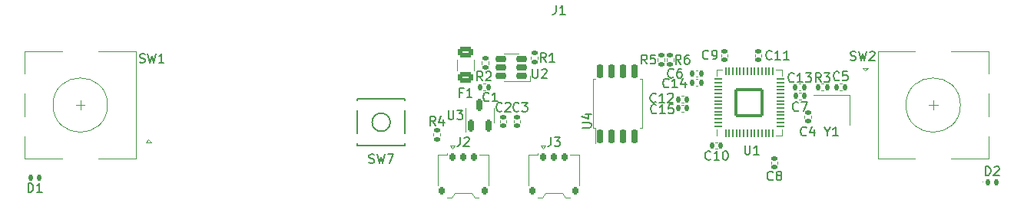
<source format=gto>
G04 #@! TF.GenerationSoftware,KiCad,Pcbnew,7.0.9*
G04 #@! TF.CreationDate,2023-12-24T20:12:45-08:00*
G04 #@! TF.ProjectId,4k-mania-keypad,346b2d6d-616e-4696-912d-6b6579706164,rev?*
G04 #@! TF.SameCoordinates,Original*
G04 #@! TF.FileFunction,Legend,Top*
G04 #@! TF.FilePolarity,Positive*
%FSLAX46Y46*%
G04 Gerber Fmt 4.6, Leading zero omitted, Abs format (unit mm)*
G04 Created by KiCad (PCBNEW 7.0.9) date 2023-12-24 20:12:45*
%MOMM*%
%LPD*%
G01*
G04 APERTURE LIST*
G04 Aperture macros list*
%AMRoundRect*
0 Rectangle with rounded corners*
0 $1 Rounding radius*
0 $2 $3 $4 $5 $6 $7 $8 $9 X,Y pos of 4 corners*
0 Add a 4 corners polygon primitive as box body*
4,1,4,$2,$3,$4,$5,$6,$7,$8,$9,$2,$3,0*
0 Add four circle primitives for the rounded corners*
1,1,$1+$1,$2,$3*
1,1,$1+$1,$4,$5*
1,1,$1+$1,$6,$7*
1,1,$1+$1,$8,$9*
0 Add four rect primitives between the rounded corners*
20,1,$1+$1,$2,$3,$4,$5,0*
20,1,$1+$1,$4,$5,$6,$7,0*
20,1,$1+$1,$6,$7,$8,$9,0*
20,1,$1+$1,$8,$9,$2,$3,0*%
G04 Aperture macros list end*
%ADD10C,0.150000*%
%ADD11C,0.120000*%
%ADD12C,0.100000*%
%ADD13RoundRect,0.135000X-0.185000X0.135000X-0.185000X-0.135000X0.185000X-0.135000X0.185000X0.135000X0*%
%ADD14RoundRect,0.150000X-0.150000X-0.275000X0.150000X-0.275000X0.150000X0.275000X-0.150000X0.275000X0*%
%ADD15RoundRect,0.175000X-0.175000X-0.225000X0.175000X-0.225000X0.175000X0.225000X-0.175000X0.225000X0*%
%ADD16RoundRect,0.135000X0.185000X-0.135000X0.185000X0.135000X-0.185000X0.135000X-0.185000X-0.135000X0*%
%ADD17RoundRect,0.140000X0.170000X-0.140000X0.170000X0.140000X-0.170000X0.140000X-0.170000X-0.140000X0*%
%ADD18RoundRect,0.140000X0.140000X0.170000X-0.140000X0.170000X-0.140000X-0.170000X0.140000X-0.170000X0*%
%ADD19R,2.000000X2.000000*%
%ADD20C,2.000000*%
%ADD21R,3.200000X2.000000*%
%ADD22C,0.750000*%
%ADD23RoundRect,0.140000X-0.170000X0.140000X-0.170000X-0.140000X0.170000X-0.140000X0.170000X0.140000X0*%
%ADD24RoundRect,0.140000X-0.140000X-0.170000X0.140000X-0.170000X0.140000X0.170000X-0.140000X0.170000X0*%
%ADD25RoundRect,0.050000X0.050000X-0.387500X0.050000X0.387500X-0.050000X0.387500X-0.050000X-0.387500X0*%
%ADD26RoundRect,0.050000X0.387500X-0.050000X0.387500X0.050000X-0.387500X0.050000X-0.387500X-0.050000X0*%
%ADD27RoundRect,0.144000X1.456000X-1.456000X1.456000X1.456000X-1.456000X1.456000X-1.456000X-1.456000X0*%
%ADD28RoundRect,0.150000X0.475000X0.150000X-0.475000X0.150000X-0.475000X-0.150000X0.475000X-0.150000X0*%
%ADD29RoundRect,0.147500X0.147500X0.172500X-0.147500X0.172500X-0.147500X-0.172500X0.147500X-0.172500X0*%
%ADD30RoundRect,0.150000X0.150000X-0.650000X0.150000X0.650000X-0.150000X0.650000X-0.150000X-0.650000X0*%
%ADD31R,1.800000X1.100000*%
%ADD32RoundRect,0.150000X0.150000X-0.512500X0.150000X0.512500X-0.150000X0.512500X-0.150000X-0.512500X0*%
%ADD33C,0.650000*%
%ADD34R,0.540000X1.100000*%
%ADD35R,0.300000X1.100000*%
%ADD36O,1.200000X2.250000*%
%ADD37RoundRect,0.135000X0.135000X0.185000X-0.135000X0.185000X-0.135000X-0.185000X0.135000X-0.185000X0*%
%ADD38RoundRect,0.147500X-0.147500X-0.172500X0.147500X-0.172500X0.147500X0.172500X-0.147500X0.172500X0*%
%ADD39RoundRect,0.250000X-0.625000X0.375000X-0.625000X-0.375000X0.625000X-0.375000X0.625000X0.375000X0*%
%ADD40R,1.400000X1.200000*%
%ADD41C,1.750000*%
%ADD42C,3.987800*%
%ADD43C,3.300000*%
G04 APERTURE END LIST*
D10*
X166446044Y-82452552D02*
X166112711Y-81976361D01*
X165874616Y-82452552D02*
X165874616Y-81452552D01*
X165874616Y-81452552D02*
X166255568Y-81452552D01*
X166255568Y-81452552D02*
X166350806Y-81500171D01*
X166350806Y-81500171D02*
X166398425Y-81547790D01*
X166398425Y-81547790D02*
X166446044Y-81643028D01*
X166446044Y-81643028D02*
X166446044Y-81785885D01*
X166446044Y-81785885D02*
X166398425Y-81881123D01*
X166398425Y-81881123D02*
X166350806Y-81928742D01*
X166350806Y-81928742D02*
X166255568Y-81976361D01*
X166255568Y-81976361D02*
X165874616Y-81976361D01*
X167350806Y-81452552D02*
X166874616Y-81452552D01*
X166874616Y-81452552D02*
X166826997Y-81928742D01*
X166826997Y-81928742D02*
X166874616Y-81881123D01*
X166874616Y-81881123D02*
X166969854Y-81833504D01*
X166969854Y-81833504D02*
X167207949Y-81833504D01*
X167207949Y-81833504D02*
X167303187Y-81881123D01*
X167303187Y-81881123D02*
X167350806Y-81928742D01*
X167350806Y-81928742D02*
X167398425Y-82023980D01*
X167398425Y-82023980D02*
X167398425Y-82262075D01*
X167398425Y-82262075D02*
X167350806Y-82357313D01*
X167350806Y-82357313D02*
X167303187Y-82404933D01*
X167303187Y-82404933D02*
X167207949Y-82452552D01*
X167207949Y-82452552D02*
X166969854Y-82452552D01*
X166969854Y-82452552D02*
X166874616Y-82404933D01*
X166874616Y-82404933D02*
X166826997Y-82357313D01*
X155866666Y-90554819D02*
X155866666Y-91269104D01*
X155866666Y-91269104D02*
X155819047Y-91411961D01*
X155819047Y-91411961D02*
X155723809Y-91507200D01*
X155723809Y-91507200D02*
X155580952Y-91554819D01*
X155580952Y-91554819D02*
X155485714Y-91554819D01*
X156247619Y-90554819D02*
X156866666Y-90554819D01*
X156866666Y-90554819D02*
X156533333Y-90935771D01*
X156533333Y-90935771D02*
X156676190Y-90935771D01*
X156676190Y-90935771D02*
X156771428Y-90983390D01*
X156771428Y-90983390D02*
X156819047Y-91031009D01*
X156819047Y-91031009D02*
X156866666Y-91126247D01*
X156866666Y-91126247D02*
X156866666Y-91364342D01*
X156866666Y-91364342D02*
X156819047Y-91459580D01*
X156819047Y-91459580D02*
X156771428Y-91507200D01*
X156771428Y-91507200D02*
X156676190Y-91554819D01*
X156676190Y-91554819D02*
X156390476Y-91554819D01*
X156390476Y-91554819D02*
X156295238Y-91507200D01*
X156295238Y-91507200D02*
X156247619Y-91459580D01*
X155325309Y-82250546D02*
X154991976Y-81774355D01*
X154753881Y-82250546D02*
X154753881Y-81250546D01*
X154753881Y-81250546D02*
X155134833Y-81250546D01*
X155134833Y-81250546D02*
X155230071Y-81298165D01*
X155230071Y-81298165D02*
X155277690Y-81345784D01*
X155277690Y-81345784D02*
X155325309Y-81441022D01*
X155325309Y-81441022D02*
X155325309Y-81583879D01*
X155325309Y-81583879D02*
X155277690Y-81679117D01*
X155277690Y-81679117D02*
X155230071Y-81726736D01*
X155230071Y-81726736D02*
X155134833Y-81774355D01*
X155134833Y-81774355D02*
X154753881Y-81774355D01*
X156277690Y-82250546D02*
X155706262Y-82250546D01*
X155991976Y-82250546D02*
X155991976Y-81250546D01*
X155991976Y-81250546D02*
X155896738Y-81393403D01*
X155896738Y-81393403D02*
X155801500Y-81488641D01*
X155801500Y-81488641D02*
X155706262Y-81536260D01*
X180202831Y-81881228D02*
X180155212Y-81928848D01*
X180155212Y-81928848D02*
X180012355Y-81976467D01*
X180012355Y-81976467D02*
X179917117Y-81976467D01*
X179917117Y-81976467D02*
X179774260Y-81928848D01*
X179774260Y-81928848D02*
X179679022Y-81833609D01*
X179679022Y-81833609D02*
X179631403Y-81738371D01*
X179631403Y-81738371D02*
X179583784Y-81547895D01*
X179583784Y-81547895D02*
X179583784Y-81405038D01*
X179583784Y-81405038D02*
X179631403Y-81214562D01*
X179631403Y-81214562D02*
X179679022Y-81119324D01*
X179679022Y-81119324D02*
X179774260Y-81024086D01*
X179774260Y-81024086D02*
X179917117Y-80976467D01*
X179917117Y-80976467D02*
X180012355Y-80976467D01*
X180012355Y-80976467D02*
X180155212Y-81024086D01*
X180155212Y-81024086D02*
X180202831Y-81071705D01*
X181155212Y-81976467D02*
X180583784Y-81976467D01*
X180869498Y-81976467D02*
X180869498Y-80976467D01*
X180869498Y-80976467D02*
X180774260Y-81119324D01*
X180774260Y-81119324D02*
X180679022Y-81214562D01*
X180679022Y-81214562D02*
X180583784Y-81262181D01*
X182107593Y-81976467D02*
X181536165Y-81976467D01*
X181821879Y-81976467D02*
X181821879Y-80976467D01*
X181821879Y-80976467D02*
X181726641Y-81119324D01*
X181726641Y-81119324D02*
X181631403Y-81214562D01*
X181631403Y-81214562D02*
X181536165Y-81262181D01*
X173218121Y-81852967D02*
X173170502Y-81900587D01*
X173170502Y-81900587D02*
X173027645Y-81948206D01*
X173027645Y-81948206D02*
X172932407Y-81948206D01*
X172932407Y-81948206D02*
X172789550Y-81900587D01*
X172789550Y-81900587D02*
X172694312Y-81805348D01*
X172694312Y-81805348D02*
X172646693Y-81710110D01*
X172646693Y-81710110D02*
X172599074Y-81519634D01*
X172599074Y-81519634D02*
X172599074Y-81376777D01*
X172599074Y-81376777D02*
X172646693Y-81186301D01*
X172646693Y-81186301D02*
X172694312Y-81091063D01*
X172694312Y-81091063D02*
X172789550Y-80995825D01*
X172789550Y-80995825D02*
X172932407Y-80948206D01*
X172932407Y-80948206D02*
X173027645Y-80948206D01*
X173027645Y-80948206D02*
X173170502Y-80995825D01*
X173170502Y-80995825D02*
X173218121Y-81043444D01*
X173694312Y-81948206D02*
X173884788Y-81948206D01*
X173884788Y-81948206D02*
X173980026Y-81900587D01*
X173980026Y-81900587D02*
X174027645Y-81852967D01*
X174027645Y-81852967D02*
X174122883Y-81710110D01*
X174122883Y-81710110D02*
X174170502Y-81519634D01*
X174170502Y-81519634D02*
X174170502Y-81138682D01*
X174170502Y-81138682D02*
X174122883Y-81043444D01*
X174122883Y-81043444D02*
X174075264Y-80995825D01*
X174075264Y-80995825D02*
X173980026Y-80948206D01*
X173980026Y-80948206D02*
X173789550Y-80948206D01*
X173789550Y-80948206D02*
X173694312Y-80995825D01*
X173694312Y-80995825D02*
X173646693Y-81043444D01*
X173646693Y-81043444D02*
X173599074Y-81138682D01*
X173599074Y-81138682D02*
X173599074Y-81376777D01*
X173599074Y-81376777D02*
X173646693Y-81472015D01*
X173646693Y-81472015D02*
X173694312Y-81519634D01*
X173694312Y-81519634D02*
X173789550Y-81567253D01*
X173789550Y-81567253D02*
X173980026Y-81567253D01*
X173980026Y-81567253D02*
X174075264Y-81519634D01*
X174075264Y-81519634D02*
X174122883Y-81472015D01*
X174122883Y-81472015D02*
X174170502Y-81376777D01*
X169375586Y-83893745D02*
X169327967Y-83941365D01*
X169327967Y-83941365D02*
X169185110Y-83988984D01*
X169185110Y-83988984D02*
X169089872Y-83988984D01*
X169089872Y-83988984D02*
X168947015Y-83941365D01*
X168947015Y-83941365D02*
X168851777Y-83846126D01*
X168851777Y-83846126D02*
X168804158Y-83750888D01*
X168804158Y-83750888D02*
X168756539Y-83560412D01*
X168756539Y-83560412D02*
X168756539Y-83417555D01*
X168756539Y-83417555D02*
X168804158Y-83227079D01*
X168804158Y-83227079D02*
X168851777Y-83131841D01*
X168851777Y-83131841D02*
X168947015Y-83036603D01*
X168947015Y-83036603D02*
X169089872Y-82988984D01*
X169089872Y-82988984D02*
X169185110Y-82988984D01*
X169185110Y-82988984D02*
X169327967Y-83036603D01*
X169327967Y-83036603D02*
X169375586Y-83084222D01*
X170232729Y-82988984D02*
X170042253Y-82988984D01*
X170042253Y-82988984D02*
X169947015Y-83036603D01*
X169947015Y-83036603D02*
X169899396Y-83084222D01*
X169899396Y-83084222D02*
X169804158Y-83227079D01*
X169804158Y-83227079D02*
X169756539Y-83417555D01*
X169756539Y-83417555D02*
X169756539Y-83798507D01*
X169756539Y-83798507D02*
X169804158Y-83893745D01*
X169804158Y-83893745D02*
X169851777Y-83941365D01*
X169851777Y-83941365D02*
X169947015Y-83988984D01*
X169947015Y-83988984D02*
X170137491Y-83988984D01*
X170137491Y-83988984D02*
X170232729Y-83941365D01*
X170232729Y-83941365D02*
X170280348Y-83893745D01*
X170280348Y-83893745D02*
X170327967Y-83798507D01*
X170327967Y-83798507D02*
X170327967Y-83560412D01*
X170327967Y-83560412D02*
X170280348Y-83465174D01*
X170280348Y-83465174D02*
X170232729Y-83417555D01*
X170232729Y-83417555D02*
X170137491Y-83369936D01*
X170137491Y-83369936D02*
X169947015Y-83369936D01*
X169947015Y-83369936D02*
X169851777Y-83417555D01*
X169851777Y-83417555D02*
X169804158Y-83465174D01*
X169804158Y-83465174D02*
X169756539Y-83560412D01*
X110543594Y-82268035D02*
X110686451Y-82315654D01*
X110686451Y-82315654D02*
X110924546Y-82315654D01*
X110924546Y-82315654D02*
X111019784Y-82268035D01*
X111019784Y-82268035D02*
X111067403Y-82220415D01*
X111067403Y-82220415D02*
X111115022Y-82125177D01*
X111115022Y-82125177D02*
X111115022Y-82029939D01*
X111115022Y-82029939D02*
X111067403Y-81934701D01*
X111067403Y-81934701D02*
X111019784Y-81887082D01*
X111019784Y-81887082D02*
X110924546Y-81839463D01*
X110924546Y-81839463D02*
X110734070Y-81791844D01*
X110734070Y-81791844D02*
X110638832Y-81744225D01*
X110638832Y-81744225D02*
X110591213Y-81696606D01*
X110591213Y-81696606D02*
X110543594Y-81601368D01*
X110543594Y-81601368D02*
X110543594Y-81506130D01*
X110543594Y-81506130D02*
X110591213Y-81410892D01*
X110591213Y-81410892D02*
X110638832Y-81363273D01*
X110638832Y-81363273D02*
X110734070Y-81315654D01*
X110734070Y-81315654D02*
X110972165Y-81315654D01*
X110972165Y-81315654D02*
X111115022Y-81363273D01*
X111448356Y-81315654D02*
X111686451Y-82315654D01*
X111686451Y-82315654D02*
X111876927Y-81601368D01*
X111876927Y-81601368D02*
X112067403Y-82315654D01*
X112067403Y-82315654D02*
X112305499Y-81315654D01*
X113210260Y-82315654D02*
X112638832Y-82315654D01*
X112924546Y-82315654D02*
X112924546Y-81315654D01*
X112924546Y-81315654D02*
X112829308Y-81458511D01*
X112829308Y-81458511D02*
X112734070Y-81553749D01*
X112734070Y-81553749D02*
X112638832Y-81601368D01*
X180336349Y-95227235D02*
X180288730Y-95274855D01*
X180288730Y-95274855D02*
X180145873Y-95322474D01*
X180145873Y-95322474D02*
X180050635Y-95322474D01*
X180050635Y-95322474D02*
X179907778Y-95274855D01*
X179907778Y-95274855D02*
X179812540Y-95179616D01*
X179812540Y-95179616D02*
X179764921Y-95084378D01*
X179764921Y-95084378D02*
X179717302Y-94893902D01*
X179717302Y-94893902D02*
X179717302Y-94751045D01*
X179717302Y-94751045D02*
X179764921Y-94560569D01*
X179764921Y-94560569D02*
X179812540Y-94465331D01*
X179812540Y-94465331D02*
X179907778Y-94370093D01*
X179907778Y-94370093D02*
X180050635Y-94322474D01*
X180050635Y-94322474D02*
X180145873Y-94322474D01*
X180145873Y-94322474D02*
X180288730Y-94370093D01*
X180288730Y-94370093D02*
X180336349Y-94417712D01*
X180907778Y-94751045D02*
X180812540Y-94703426D01*
X180812540Y-94703426D02*
X180764921Y-94655807D01*
X180764921Y-94655807D02*
X180717302Y-94560569D01*
X180717302Y-94560569D02*
X180717302Y-94512950D01*
X180717302Y-94512950D02*
X180764921Y-94417712D01*
X180764921Y-94417712D02*
X180812540Y-94370093D01*
X180812540Y-94370093D02*
X180907778Y-94322474D01*
X180907778Y-94322474D02*
X181098254Y-94322474D01*
X181098254Y-94322474D02*
X181193492Y-94370093D01*
X181193492Y-94370093D02*
X181241111Y-94417712D01*
X181241111Y-94417712D02*
X181288730Y-94512950D01*
X181288730Y-94512950D02*
X181288730Y-94560569D01*
X181288730Y-94560569D02*
X181241111Y-94655807D01*
X181241111Y-94655807D02*
X181193492Y-94703426D01*
X181193492Y-94703426D02*
X181098254Y-94751045D01*
X181098254Y-94751045D02*
X180907778Y-94751045D01*
X180907778Y-94751045D02*
X180812540Y-94798664D01*
X180812540Y-94798664D02*
X180764921Y-94846283D01*
X180764921Y-94846283D02*
X180717302Y-94941521D01*
X180717302Y-94941521D02*
X180717302Y-95131997D01*
X180717302Y-95131997D02*
X180764921Y-95227235D01*
X180764921Y-95227235D02*
X180812540Y-95274855D01*
X180812540Y-95274855D02*
X180907778Y-95322474D01*
X180907778Y-95322474D02*
X181098254Y-95322474D01*
X181098254Y-95322474D02*
X181193492Y-95274855D01*
X181193492Y-95274855D02*
X181241111Y-95227235D01*
X181241111Y-95227235D02*
X181288730Y-95131997D01*
X181288730Y-95131997D02*
X181288730Y-94941521D01*
X181288730Y-94941521D02*
X181241111Y-94846283D01*
X181241111Y-94846283D02*
X181193492Y-94798664D01*
X181193492Y-94798664D02*
X181098254Y-94751045D01*
X188896102Y-82013686D02*
X189038959Y-82061305D01*
X189038959Y-82061305D02*
X189277054Y-82061305D01*
X189277054Y-82061305D02*
X189372292Y-82013686D01*
X189372292Y-82013686D02*
X189419911Y-81966066D01*
X189419911Y-81966066D02*
X189467530Y-81870828D01*
X189467530Y-81870828D02*
X189467530Y-81775590D01*
X189467530Y-81775590D02*
X189419911Y-81680352D01*
X189419911Y-81680352D02*
X189372292Y-81632733D01*
X189372292Y-81632733D02*
X189277054Y-81585114D01*
X189277054Y-81585114D02*
X189086578Y-81537495D01*
X189086578Y-81537495D02*
X188991340Y-81489876D01*
X188991340Y-81489876D02*
X188943721Y-81442257D01*
X188943721Y-81442257D02*
X188896102Y-81347019D01*
X188896102Y-81347019D02*
X188896102Y-81251781D01*
X188896102Y-81251781D02*
X188943721Y-81156543D01*
X188943721Y-81156543D02*
X188991340Y-81108924D01*
X188991340Y-81108924D02*
X189086578Y-81061305D01*
X189086578Y-81061305D02*
X189324673Y-81061305D01*
X189324673Y-81061305D02*
X189467530Y-81108924D01*
X189800864Y-81061305D02*
X190038959Y-82061305D01*
X190038959Y-82061305D02*
X190229435Y-81347019D01*
X190229435Y-81347019D02*
X190419911Y-82061305D01*
X190419911Y-82061305D02*
X190658007Y-81061305D01*
X190991340Y-81156543D02*
X191038959Y-81108924D01*
X191038959Y-81108924D02*
X191134197Y-81061305D01*
X191134197Y-81061305D02*
X191372292Y-81061305D01*
X191372292Y-81061305D02*
X191467530Y-81108924D01*
X191467530Y-81108924D02*
X191515149Y-81156543D01*
X191515149Y-81156543D02*
X191562768Y-81251781D01*
X191562768Y-81251781D02*
X191562768Y-81347019D01*
X191562768Y-81347019D02*
X191515149Y-81489876D01*
X191515149Y-81489876D02*
X190943721Y-82061305D01*
X190943721Y-82061305D02*
X191562768Y-82061305D01*
X150470255Y-87624056D02*
X150422636Y-87671676D01*
X150422636Y-87671676D02*
X150279779Y-87719295D01*
X150279779Y-87719295D02*
X150184541Y-87719295D01*
X150184541Y-87719295D02*
X150041684Y-87671676D01*
X150041684Y-87671676D02*
X149946446Y-87576437D01*
X149946446Y-87576437D02*
X149898827Y-87481199D01*
X149898827Y-87481199D02*
X149851208Y-87290723D01*
X149851208Y-87290723D02*
X149851208Y-87147866D01*
X149851208Y-87147866D02*
X149898827Y-86957390D01*
X149898827Y-86957390D02*
X149946446Y-86862152D01*
X149946446Y-86862152D02*
X150041684Y-86766914D01*
X150041684Y-86766914D02*
X150184541Y-86719295D01*
X150184541Y-86719295D02*
X150279779Y-86719295D01*
X150279779Y-86719295D02*
X150422636Y-86766914D01*
X150422636Y-86766914D02*
X150470255Y-86814533D01*
X150851208Y-86814533D02*
X150898827Y-86766914D01*
X150898827Y-86766914D02*
X150994065Y-86719295D01*
X150994065Y-86719295D02*
X151232160Y-86719295D01*
X151232160Y-86719295D02*
X151327398Y-86766914D01*
X151327398Y-86766914D02*
X151375017Y-86814533D01*
X151375017Y-86814533D02*
X151422636Y-86909771D01*
X151422636Y-86909771D02*
X151422636Y-87005009D01*
X151422636Y-87005009D02*
X151375017Y-87147866D01*
X151375017Y-87147866D02*
X150803589Y-87719295D01*
X150803589Y-87719295D02*
X151422636Y-87719295D01*
X184022952Y-90310663D02*
X183975333Y-90358283D01*
X183975333Y-90358283D02*
X183832476Y-90405902D01*
X183832476Y-90405902D02*
X183737238Y-90405902D01*
X183737238Y-90405902D02*
X183594381Y-90358283D01*
X183594381Y-90358283D02*
X183499143Y-90263044D01*
X183499143Y-90263044D02*
X183451524Y-90167806D01*
X183451524Y-90167806D02*
X183403905Y-89977330D01*
X183403905Y-89977330D02*
X183403905Y-89834473D01*
X183403905Y-89834473D02*
X183451524Y-89643997D01*
X183451524Y-89643997D02*
X183499143Y-89548759D01*
X183499143Y-89548759D02*
X183594381Y-89453521D01*
X183594381Y-89453521D02*
X183737238Y-89405902D01*
X183737238Y-89405902D02*
X183832476Y-89405902D01*
X183832476Y-89405902D02*
X183975333Y-89453521D01*
X183975333Y-89453521D02*
X184022952Y-89501140D01*
X184880095Y-89739235D02*
X184880095Y-90405902D01*
X184642000Y-89358283D02*
X184403905Y-90072568D01*
X184403905Y-90072568D02*
X185022952Y-90072568D01*
X182657142Y-84359580D02*
X182609523Y-84407200D01*
X182609523Y-84407200D02*
X182466666Y-84454819D01*
X182466666Y-84454819D02*
X182371428Y-84454819D01*
X182371428Y-84454819D02*
X182228571Y-84407200D01*
X182228571Y-84407200D02*
X182133333Y-84311961D01*
X182133333Y-84311961D02*
X182085714Y-84216723D01*
X182085714Y-84216723D02*
X182038095Y-84026247D01*
X182038095Y-84026247D02*
X182038095Y-83883390D01*
X182038095Y-83883390D02*
X182085714Y-83692914D01*
X182085714Y-83692914D02*
X182133333Y-83597676D01*
X182133333Y-83597676D02*
X182228571Y-83502438D01*
X182228571Y-83502438D02*
X182371428Y-83454819D01*
X182371428Y-83454819D02*
X182466666Y-83454819D01*
X182466666Y-83454819D02*
X182609523Y-83502438D01*
X182609523Y-83502438D02*
X182657142Y-83550057D01*
X183609523Y-84454819D02*
X183038095Y-84454819D01*
X183323809Y-84454819D02*
X183323809Y-83454819D01*
X183323809Y-83454819D02*
X183228571Y-83597676D01*
X183228571Y-83597676D02*
X183133333Y-83692914D01*
X183133333Y-83692914D02*
X183038095Y-83740533D01*
X183942857Y-83454819D02*
X184561904Y-83454819D01*
X184561904Y-83454819D02*
X184228571Y-83835771D01*
X184228571Y-83835771D02*
X184371428Y-83835771D01*
X184371428Y-83835771D02*
X184466666Y-83883390D01*
X184466666Y-83883390D02*
X184514285Y-83931009D01*
X184514285Y-83931009D02*
X184561904Y-84026247D01*
X184561904Y-84026247D02*
X184561904Y-84264342D01*
X184561904Y-84264342D02*
X184514285Y-84359580D01*
X184514285Y-84359580D02*
X184466666Y-84407200D01*
X184466666Y-84407200D02*
X184371428Y-84454819D01*
X184371428Y-84454819D02*
X184085714Y-84454819D01*
X184085714Y-84454819D02*
X183990476Y-84407200D01*
X183990476Y-84407200D02*
X183942857Y-84359580D01*
X177238095Y-91454819D02*
X177238095Y-92264342D01*
X177238095Y-92264342D02*
X177285714Y-92359580D01*
X177285714Y-92359580D02*
X177333333Y-92407200D01*
X177333333Y-92407200D02*
X177428571Y-92454819D01*
X177428571Y-92454819D02*
X177619047Y-92454819D01*
X177619047Y-92454819D02*
X177714285Y-92407200D01*
X177714285Y-92407200D02*
X177761904Y-92359580D01*
X177761904Y-92359580D02*
X177809523Y-92264342D01*
X177809523Y-92264342D02*
X177809523Y-91454819D01*
X178809523Y-92454819D02*
X178238095Y-92454819D01*
X178523809Y-92454819D02*
X178523809Y-91454819D01*
X178523809Y-91454819D02*
X178428571Y-91597676D01*
X178428571Y-91597676D02*
X178333333Y-91692914D01*
X178333333Y-91692914D02*
X178238095Y-91740533D01*
X149036568Y-86500746D02*
X148988949Y-86548366D01*
X148988949Y-86548366D02*
X148846092Y-86595985D01*
X148846092Y-86595985D02*
X148750854Y-86595985D01*
X148750854Y-86595985D02*
X148607997Y-86548366D01*
X148607997Y-86548366D02*
X148512759Y-86453127D01*
X148512759Y-86453127D02*
X148465140Y-86357889D01*
X148465140Y-86357889D02*
X148417521Y-86167413D01*
X148417521Y-86167413D02*
X148417521Y-86024556D01*
X148417521Y-86024556D02*
X148465140Y-85834080D01*
X148465140Y-85834080D02*
X148512759Y-85738842D01*
X148512759Y-85738842D02*
X148607997Y-85643604D01*
X148607997Y-85643604D02*
X148750854Y-85595985D01*
X148750854Y-85595985D02*
X148846092Y-85595985D01*
X148846092Y-85595985D02*
X148988949Y-85643604D01*
X148988949Y-85643604D02*
X149036568Y-85691223D01*
X149988949Y-86595985D02*
X149417521Y-86595985D01*
X149703235Y-86595985D02*
X149703235Y-85595985D01*
X149703235Y-85595985D02*
X149607997Y-85738842D01*
X149607997Y-85738842D02*
X149512759Y-85834080D01*
X149512759Y-85834080D02*
X149417521Y-85881699D01*
X153848249Y-83016821D02*
X153848249Y-83826344D01*
X153848249Y-83826344D02*
X153895868Y-83921582D01*
X153895868Y-83921582D02*
X153943487Y-83969202D01*
X153943487Y-83969202D02*
X154038725Y-84016821D01*
X154038725Y-84016821D02*
X154229201Y-84016821D01*
X154229201Y-84016821D02*
X154324439Y-83969202D01*
X154324439Y-83969202D02*
X154372058Y-83921582D01*
X154372058Y-83921582D02*
X154419677Y-83826344D01*
X154419677Y-83826344D02*
X154419677Y-83016821D01*
X154848249Y-83112059D02*
X154895868Y-83064440D01*
X154895868Y-83064440D02*
X154991106Y-83016821D01*
X154991106Y-83016821D02*
X155229201Y-83016821D01*
X155229201Y-83016821D02*
X155324439Y-83064440D01*
X155324439Y-83064440D02*
X155372058Y-83112059D01*
X155372058Y-83112059D02*
X155419677Y-83207297D01*
X155419677Y-83207297D02*
X155419677Y-83302535D01*
X155419677Y-83302535D02*
X155372058Y-83445392D01*
X155372058Y-83445392D02*
X154800630Y-84016821D01*
X154800630Y-84016821D02*
X155419677Y-84016821D01*
X167434696Y-86609235D02*
X167387077Y-86656855D01*
X167387077Y-86656855D02*
X167244220Y-86704474D01*
X167244220Y-86704474D02*
X167148982Y-86704474D01*
X167148982Y-86704474D02*
X167006125Y-86656855D01*
X167006125Y-86656855D02*
X166910887Y-86561616D01*
X166910887Y-86561616D02*
X166863268Y-86466378D01*
X166863268Y-86466378D02*
X166815649Y-86275902D01*
X166815649Y-86275902D02*
X166815649Y-86133045D01*
X166815649Y-86133045D02*
X166863268Y-85942569D01*
X166863268Y-85942569D02*
X166910887Y-85847331D01*
X166910887Y-85847331D02*
X167006125Y-85752093D01*
X167006125Y-85752093D02*
X167148982Y-85704474D01*
X167148982Y-85704474D02*
X167244220Y-85704474D01*
X167244220Y-85704474D02*
X167387077Y-85752093D01*
X167387077Y-85752093D02*
X167434696Y-85799712D01*
X168387077Y-86704474D02*
X167815649Y-86704474D01*
X168101363Y-86704474D02*
X168101363Y-85704474D01*
X168101363Y-85704474D02*
X168006125Y-85847331D01*
X168006125Y-85847331D02*
X167910887Y-85942569D01*
X167910887Y-85942569D02*
X167815649Y-85990188D01*
X168768030Y-85799712D02*
X168815649Y-85752093D01*
X168815649Y-85752093D02*
X168910887Y-85704474D01*
X168910887Y-85704474D02*
X169148982Y-85704474D01*
X169148982Y-85704474D02*
X169244220Y-85752093D01*
X169244220Y-85752093D02*
X169291839Y-85799712D01*
X169291839Y-85799712D02*
X169339458Y-85894950D01*
X169339458Y-85894950D02*
X169339458Y-85990188D01*
X169339458Y-85990188D02*
X169291839Y-86133045D01*
X169291839Y-86133045D02*
X168720411Y-86704474D01*
X168720411Y-86704474D02*
X169339458Y-86704474D01*
X98261905Y-96624819D02*
X98261905Y-95624819D01*
X98261905Y-95624819D02*
X98500000Y-95624819D01*
X98500000Y-95624819D02*
X98642857Y-95672438D01*
X98642857Y-95672438D02*
X98738095Y-95767676D01*
X98738095Y-95767676D02*
X98785714Y-95862914D01*
X98785714Y-95862914D02*
X98833333Y-96053390D01*
X98833333Y-96053390D02*
X98833333Y-96196247D01*
X98833333Y-96196247D02*
X98785714Y-96386723D01*
X98785714Y-96386723D02*
X98738095Y-96481961D01*
X98738095Y-96481961D02*
X98642857Y-96577200D01*
X98642857Y-96577200D02*
X98500000Y-96624819D01*
X98500000Y-96624819D02*
X98261905Y-96624819D01*
X99785714Y-96624819D02*
X99214286Y-96624819D01*
X99500000Y-96624819D02*
X99500000Y-95624819D01*
X99500000Y-95624819D02*
X99404762Y-95767676D01*
X99404762Y-95767676D02*
X99309524Y-95862914D01*
X99309524Y-95862914D02*
X99214286Y-95910533D01*
X159303087Y-89503256D02*
X160112610Y-89503256D01*
X160112610Y-89503256D02*
X160207848Y-89455637D01*
X160207848Y-89455637D02*
X160255468Y-89408018D01*
X160255468Y-89408018D02*
X160303087Y-89312780D01*
X160303087Y-89312780D02*
X160303087Y-89122304D01*
X160303087Y-89122304D02*
X160255468Y-89027066D01*
X160255468Y-89027066D02*
X160207848Y-88979447D01*
X160207848Y-88979447D02*
X160112610Y-88931828D01*
X160112610Y-88931828D02*
X159303087Y-88931828D01*
X159636420Y-88027066D02*
X160303087Y-88027066D01*
X159255468Y-88265161D02*
X159969753Y-88503256D01*
X159969753Y-88503256D02*
X159969753Y-87884209D01*
X135826667Y-93371200D02*
X135969524Y-93418819D01*
X135969524Y-93418819D02*
X136207619Y-93418819D01*
X136207619Y-93418819D02*
X136302857Y-93371200D01*
X136302857Y-93371200D02*
X136350476Y-93323580D01*
X136350476Y-93323580D02*
X136398095Y-93228342D01*
X136398095Y-93228342D02*
X136398095Y-93133104D01*
X136398095Y-93133104D02*
X136350476Y-93037866D01*
X136350476Y-93037866D02*
X136302857Y-92990247D01*
X136302857Y-92990247D02*
X136207619Y-92942628D01*
X136207619Y-92942628D02*
X136017143Y-92895009D01*
X136017143Y-92895009D02*
X135921905Y-92847390D01*
X135921905Y-92847390D02*
X135874286Y-92799771D01*
X135874286Y-92799771D02*
X135826667Y-92704533D01*
X135826667Y-92704533D02*
X135826667Y-92609295D01*
X135826667Y-92609295D02*
X135874286Y-92514057D01*
X135874286Y-92514057D02*
X135921905Y-92466438D01*
X135921905Y-92466438D02*
X136017143Y-92418819D01*
X136017143Y-92418819D02*
X136255238Y-92418819D01*
X136255238Y-92418819D02*
X136398095Y-92466438D01*
X136731429Y-92418819D02*
X136969524Y-93418819D01*
X136969524Y-93418819D02*
X137160000Y-92704533D01*
X137160000Y-92704533D02*
X137350476Y-93418819D01*
X137350476Y-93418819D02*
X137588572Y-92418819D01*
X137874286Y-92418819D02*
X138540952Y-92418819D01*
X138540952Y-92418819D02*
X138112381Y-93418819D01*
X144564116Y-87577388D02*
X144564116Y-88386911D01*
X144564116Y-88386911D02*
X144611735Y-88482149D01*
X144611735Y-88482149D02*
X144659354Y-88529769D01*
X144659354Y-88529769D02*
X144754592Y-88577388D01*
X144754592Y-88577388D02*
X144945068Y-88577388D01*
X144945068Y-88577388D02*
X145040306Y-88529769D01*
X145040306Y-88529769D02*
X145087925Y-88482149D01*
X145087925Y-88482149D02*
X145135544Y-88386911D01*
X145135544Y-88386911D02*
X145135544Y-87577388D01*
X145516497Y-87577388D02*
X146135544Y-87577388D01*
X146135544Y-87577388D02*
X145802211Y-87958340D01*
X145802211Y-87958340D02*
X145945068Y-87958340D01*
X145945068Y-87958340D02*
X146040306Y-88005959D01*
X146040306Y-88005959D02*
X146087925Y-88053578D01*
X146087925Y-88053578D02*
X146135544Y-88148816D01*
X146135544Y-88148816D02*
X146135544Y-88386911D01*
X146135544Y-88386911D02*
X146087925Y-88482149D01*
X146087925Y-88482149D02*
X146040306Y-88529769D01*
X146040306Y-88529769D02*
X145945068Y-88577388D01*
X145945068Y-88577388D02*
X145659354Y-88577388D01*
X145659354Y-88577388D02*
X145564116Y-88529769D01*
X145564116Y-88529769D02*
X145516497Y-88482149D01*
X187633333Y-84199580D02*
X187585714Y-84247200D01*
X187585714Y-84247200D02*
X187442857Y-84294819D01*
X187442857Y-84294819D02*
X187347619Y-84294819D01*
X187347619Y-84294819D02*
X187204762Y-84247200D01*
X187204762Y-84247200D02*
X187109524Y-84151961D01*
X187109524Y-84151961D02*
X187061905Y-84056723D01*
X187061905Y-84056723D02*
X187014286Y-83866247D01*
X187014286Y-83866247D02*
X187014286Y-83723390D01*
X187014286Y-83723390D02*
X187061905Y-83532914D01*
X187061905Y-83532914D02*
X187109524Y-83437676D01*
X187109524Y-83437676D02*
X187204762Y-83342438D01*
X187204762Y-83342438D02*
X187347619Y-83294819D01*
X187347619Y-83294819D02*
X187442857Y-83294819D01*
X187442857Y-83294819D02*
X187585714Y-83342438D01*
X187585714Y-83342438D02*
X187633333Y-83390057D01*
X188538095Y-83294819D02*
X188061905Y-83294819D01*
X188061905Y-83294819D02*
X188014286Y-83771009D01*
X188014286Y-83771009D02*
X188061905Y-83723390D01*
X188061905Y-83723390D02*
X188157143Y-83675771D01*
X188157143Y-83675771D02*
X188395238Y-83675771D01*
X188395238Y-83675771D02*
X188490476Y-83723390D01*
X188490476Y-83723390D02*
X188538095Y-83771009D01*
X188538095Y-83771009D02*
X188585714Y-83866247D01*
X188585714Y-83866247D02*
X188585714Y-84104342D01*
X188585714Y-84104342D02*
X188538095Y-84199580D01*
X188538095Y-84199580D02*
X188490476Y-84247200D01*
X188490476Y-84247200D02*
X188395238Y-84294819D01*
X188395238Y-84294819D02*
X188157143Y-84294819D01*
X188157143Y-84294819D02*
X188061905Y-84247200D01*
X188061905Y-84247200D02*
X188014286Y-84199580D01*
X156427053Y-75964180D02*
X156427053Y-76678465D01*
X156427053Y-76678465D02*
X156379434Y-76821322D01*
X156379434Y-76821322D02*
X156284196Y-76916561D01*
X156284196Y-76916561D02*
X156141339Y-76964180D01*
X156141339Y-76964180D02*
X156046101Y-76964180D01*
X157427053Y-76964180D02*
X156855625Y-76964180D01*
X157141339Y-76964180D02*
X157141339Y-75964180D01*
X157141339Y-75964180D02*
X157046101Y-76107037D01*
X157046101Y-76107037D02*
X156950863Y-76202275D01*
X156950863Y-76202275D02*
X156855625Y-76249894D01*
X152325591Y-87624056D02*
X152277972Y-87671676D01*
X152277972Y-87671676D02*
X152135115Y-87719295D01*
X152135115Y-87719295D02*
X152039877Y-87719295D01*
X152039877Y-87719295D02*
X151897020Y-87671676D01*
X151897020Y-87671676D02*
X151801782Y-87576437D01*
X151801782Y-87576437D02*
X151754163Y-87481199D01*
X151754163Y-87481199D02*
X151706544Y-87290723D01*
X151706544Y-87290723D02*
X151706544Y-87147866D01*
X151706544Y-87147866D02*
X151754163Y-86957390D01*
X151754163Y-86957390D02*
X151801782Y-86862152D01*
X151801782Y-86862152D02*
X151897020Y-86766914D01*
X151897020Y-86766914D02*
X152039877Y-86719295D01*
X152039877Y-86719295D02*
X152135115Y-86719295D01*
X152135115Y-86719295D02*
X152277972Y-86766914D01*
X152277972Y-86766914D02*
X152325591Y-86814533D01*
X152658925Y-86719295D02*
X153277972Y-86719295D01*
X153277972Y-86719295D02*
X152944639Y-87100247D01*
X152944639Y-87100247D02*
X153087496Y-87100247D01*
X153087496Y-87100247D02*
X153182734Y-87147866D01*
X153182734Y-87147866D02*
X153230353Y-87195485D01*
X153230353Y-87195485D02*
X153277972Y-87290723D01*
X153277972Y-87290723D02*
X153277972Y-87528818D01*
X153277972Y-87528818D02*
X153230353Y-87624056D01*
X153230353Y-87624056D02*
X153182734Y-87671676D01*
X153182734Y-87671676D02*
X153087496Y-87719295D01*
X153087496Y-87719295D02*
X152801782Y-87719295D01*
X152801782Y-87719295D02*
X152706544Y-87671676D01*
X152706544Y-87671676D02*
X152658925Y-87624056D01*
X185633333Y-84454819D02*
X185300000Y-83978628D01*
X185061905Y-84454819D02*
X185061905Y-83454819D01*
X185061905Y-83454819D02*
X185442857Y-83454819D01*
X185442857Y-83454819D02*
X185538095Y-83502438D01*
X185538095Y-83502438D02*
X185585714Y-83550057D01*
X185585714Y-83550057D02*
X185633333Y-83645295D01*
X185633333Y-83645295D02*
X185633333Y-83788152D01*
X185633333Y-83788152D02*
X185585714Y-83883390D01*
X185585714Y-83883390D02*
X185538095Y-83931009D01*
X185538095Y-83931009D02*
X185442857Y-83978628D01*
X185442857Y-83978628D02*
X185061905Y-83978628D01*
X185966667Y-83454819D02*
X186585714Y-83454819D01*
X186585714Y-83454819D02*
X186252381Y-83835771D01*
X186252381Y-83835771D02*
X186395238Y-83835771D01*
X186395238Y-83835771D02*
X186490476Y-83883390D01*
X186490476Y-83883390D02*
X186538095Y-83931009D01*
X186538095Y-83931009D02*
X186585714Y-84026247D01*
X186585714Y-84026247D02*
X186585714Y-84264342D01*
X186585714Y-84264342D02*
X186538095Y-84359580D01*
X186538095Y-84359580D02*
X186490476Y-84407200D01*
X186490476Y-84407200D02*
X186395238Y-84454819D01*
X186395238Y-84454819D02*
X186109524Y-84454819D01*
X186109524Y-84454819D02*
X186014286Y-84407200D01*
X186014286Y-84407200D02*
X185966667Y-84359580D01*
X203761905Y-94784819D02*
X203761905Y-93784819D01*
X203761905Y-93784819D02*
X204000000Y-93784819D01*
X204000000Y-93784819D02*
X204142857Y-93832438D01*
X204142857Y-93832438D02*
X204238095Y-93927676D01*
X204238095Y-93927676D02*
X204285714Y-94022914D01*
X204285714Y-94022914D02*
X204333333Y-94213390D01*
X204333333Y-94213390D02*
X204333333Y-94356247D01*
X204333333Y-94356247D02*
X204285714Y-94546723D01*
X204285714Y-94546723D02*
X204238095Y-94641961D01*
X204238095Y-94641961D02*
X204142857Y-94737200D01*
X204142857Y-94737200D02*
X204000000Y-94784819D01*
X204000000Y-94784819D02*
X203761905Y-94784819D01*
X204714286Y-93880057D02*
X204761905Y-93832438D01*
X204761905Y-93832438D02*
X204857143Y-93784819D01*
X204857143Y-93784819D02*
X205095238Y-93784819D01*
X205095238Y-93784819D02*
X205190476Y-93832438D01*
X205190476Y-93832438D02*
X205238095Y-93880057D01*
X205238095Y-93880057D02*
X205285714Y-93975295D01*
X205285714Y-93975295D02*
X205285714Y-94070533D01*
X205285714Y-94070533D02*
X205238095Y-94213390D01*
X205238095Y-94213390D02*
X204666667Y-94784819D01*
X204666667Y-94784819D02*
X205285714Y-94784819D01*
X168857072Y-84980560D02*
X168809453Y-85028180D01*
X168809453Y-85028180D02*
X168666596Y-85075799D01*
X168666596Y-85075799D02*
X168571358Y-85075799D01*
X168571358Y-85075799D02*
X168428501Y-85028180D01*
X168428501Y-85028180D02*
X168333263Y-84932941D01*
X168333263Y-84932941D02*
X168285644Y-84837703D01*
X168285644Y-84837703D02*
X168238025Y-84647227D01*
X168238025Y-84647227D02*
X168238025Y-84504370D01*
X168238025Y-84504370D02*
X168285644Y-84313894D01*
X168285644Y-84313894D02*
X168333263Y-84218656D01*
X168333263Y-84218656D02*
X168428501Y-84123418D01*
X168428501Y-84123418D02*
X168571358Y-84075799D01*
X168571358Y-84075799D02*
X168666596Y-84075799D01*
X168666596Y-84075799D02*
X168809453Y-84123418D01*
X168809453Y-84123418D02*
X168857072Y-84171037D01*
X169809453Y-85075799D02*
X169238025Y-85075799D01*
X169523739Y-85075799D02*
X169523739Y-84075799D01*
X169523739Y-84075799D02*
X169428501Y-84218656D01*
X169428501Y-84218656D02*
X169333263Y-84313894D01*
X169333263Y-84313894D02*
X169238025Y-84361513D01*
X170666596Y-84409132D02*
X170666596Y-85075799D01*
X170428501Y-84028180D02*
X170190406Y-84742465D01*
X170190406Y-84742465D02*
X170809453Y-84742465D01*
X173468765Y-92978237D02*
X173421146Y-93025857D01*
X173421146Y-93025857D02*
X173278289Y-93073476D01*
X173278289Y-93073476D02*
X173183051Y-93073476D01*
X173183051Y-93073476D02*
X173040194Y-93025857D01*
X173040194Y-93025857D02*
X172944956Y-92930618D01*
X172944956Y-92930618D02*
X172897337Y-92835380D01*
X172897337Y-92835380D02*
X172849718Y-92644904D01*
X172849718Y-92644904D02*
X172849718Y-92502047D01*
X172849718Y-92502047D02*
X172897337Y-92311571D01*
X172897337Y-92311571D02*
X172944956Y-92216333D01*
X172944956Y-92216333D02*
X173040194Y-92121095D01*
X173040194Y-92121095D02*
X173183051Y-92073476D01*
X173183051Y-92073476D02*
X173278289Y-92073476D01*
X173278289Y-92073476D02*
X173421146Y-92121095D01*
X173421146Y-92121095D02*
X173468765Y-92168714D01*
X174421146Y-93073476D02*
X173849718Y-93073476D01*
X174135432Y-93073476D02*
X174135432Y-92073476D01*
X174135432Y-92073476D02*
X174040194Y-92216333D01*
X174040194Y-92216333D02*
X173944956Y-92311571D01*
X173944956Y-92311571D02*
X173849718Y-92359190D01*
X175040194Y-92073476D02*
X175135432Y-92073476D01*
X175135432Y-92073476D02*
X175230670Y-92121095D01*
X175230670Y-92121095D02*
X175278289Y-92168714D01*
X175278289Y-92168714D02*
X175325908Y-92263952D01*
X175325908Y-92263952D02*
X175373527Y-92454428D01*
X175373527Y-92454428D02*
X175373527Y-92692523D01*
X175373527Y-92692523D02*
X175325908Y-92882999D01*
X175325908Y-92882999D02*
X175278289Y-92978237D01*
X175278289Y-92978237D02*
X175230670Y-93025857D01*
X175230670Y-93025857D02*
X175135432Y-93073476D01*
X175135432Y-93073476D02*
X175040194Y-93073476D01*
X175040194Y-93073476D02*
X174944956Y-93025857D01*
X174944956Y-93025857D02*
X174897337Y-92978237D01*
X174897337Y-92978237D02*
X174849718Y-92882999D01*
X174849718Y-92882999D02*
X174802099Y-92692523D01*
X174802099Y-92692523D02*
X174802099Y-92454428D01*
X174802099Y-92454428D02*
X174849718Y-92263952D01*
X174849718Y-92263952D02*
X174897337Y-92168714D01*
X174897337Y-92168714D02*
X174944956Y-92121095D01*
X174944956Y-92121095D02*
X175040194Y-92073476D01*
X146123314Y-85592710D02*
X145789981Y-85592710D01*
X145789981Y-86116520D02*
X145789981Y-85116520D01*
X145789981Y-85116520D02*
X146266171Y-85116520D01*
X147170933Y-86116520D02*
X146599505Y-86116520D01*
X146885219Y-86116520D02*
X146885219Y-85116520D01*
X146885219Y-85116520D02*
X146789981Y-85259377D01*
X146789981Y-85259377D02*
X146694743Y-85354615D01*
X146694743Y-85354615D02*
X146599505Y-85402234D01*
X183130857Y-87578036D02*
X183083238Y-87625656D01*
X183083238Y-87625656D02*
X182940381Y-87673275D01*
X182940381Y-87673275D02*
X182845143Y-87673275D01*
X182845143Y-87673275D02*
X182702286Y-87625656D01*
X182702286Y-87625656D02*
X182607048Y-87530417D01*
X182607048Y-87530417D02*
X182559429Y-87435179D01*
X182559429Y-87435179D02*
X182511810Y-87244703D01*
X182511810Y-87244703D02*
X182511810Y-87101846D01*
X182511810Y-87101846D02*
X182559429Y-86911370D01*
X182559429Y-86911370D02*
X182607048Y-86816132D01*
X182607048Y-86816132D02*
X182702286Y-86720894D01*
X182702286Y-86720894D02*
X182845143Y-86673275D01*
X182845143Y-86673275D02*
X182940381Y-86673275D01*
X182940381Y-86673275D02*
X183083238Y-86720894D01*
X183083238Y-86720894D02*
X183130857Y-86768513D01*
X183464191Y-86673275D02*
X184130857Y-86673275D01*
X184130857Y-86673275D02*
X183702286Y-87673275D01*
X186323809Y-89928628D02*
X186323809Y-90404819D01*
X185990476Y-89404819D02*
X186323809Y-89928628D01*
X186323809Y-89928628D02*
X186657142Y-89404819D01*
X187514285Y-90404819D02*
X186942857Y-90404819D01*
X187228571Y-90404819D02*
X187228571Y-89404819D01*
X187228571Y-89404819D02*
X187133333Y-89547676D01*
X187133333Y-89547676D02*
X187038095Y-89642914D01*
X187038095Y-89642914D02*
X186942857Y-89690533D01*
X145866666Y-90554819D02*
X145866666Y-91269104D01*
X145866666Y-91269104D02*
X145819047Y-91411961D01*
X145819047Y-91411961D02*
X145723809Y-91507200D01*
X145723809Y-91507200D02*
X145580952Y-91554819D01*
X145580952Y-91554819D02*
X145485714Y-91554819D01*
X146295238Y-90650057D02*
X146342857Y-90602438D01*
X146342857Y-90602438D02*
X146438095Y-90554819D01*
X146438095Y-90554819D02*
X146676190Y-90554819D01*
X146676190Y-90554819D02*
X146771428Y-90602438D01*
X146771428Y-90602438D02*
X146819047Y-90650057D01*
X146819047Y-90650057D02*
X146866666Y-90745295D01*
X146866666Y-90745295D02*
X146866666Y-90840533D01*
X146866666Y-90840533D02*
X146819047Y-90983390D01*
X146819047Y-90983390D02*
X146247619Y-91554819D01*
X146247619Y-91554819D02*
X146866666Y-91554819D01*
X143154318Y-89252480D02*
X142820985Y-88776289D01*
X142582890Y-89252480D02*
X142582890Y-88252480D01*
X142582890Y-88252480D02*
X142963842Y-88252480D01*
X142963842Y-88252480D02*
X143059080Y-88300099D01*
X143059080Y-88300099D02*
X143106699Y-88347718D01*
X143106699Y-88347718D02*
X143154318Y-88442956D01*
X143154318Y-88442956D02*
X143154318Y-88585813D01*
X143154318Y-88585813D02*
X143106699Y-88681051D01*
X143106699Y-88681051D02*
X143059080Y-88728670D01*
X143059080Y-88728670D02*
X142963842Y-88776289D01*
X142963842Y-88776289D02*
X142582890Y-88776289D01*
X144011461Y-88585813D02*
X144011461Y-89252480D01*
X143773366Y-88204861D02*
X143535271Y-88919146D01*
X143535271Y-88919146D02*
X144154318Y-88919146D01*
X167478127Y-87836170D02*
X167430508Y-87883790D01*
X167430508Y-87883790D02*
X167287651Y-87931409D01*
X167287651Y-87931409D02*
X167192413Y-87931409D01*
X167192413Y-87931409D02*
X167049556Y-87883790D01*
X167049556Y-87883790D02*
X166954318Y-87788551D01*
X166954318Y-87788551D02*
X166906699Y-87693313D01*
X166906699Y-87693313D02*
X166859080Y-87502837D01*
X166859080Y-87502837D02*
X166859080Y-87359980D01*
X166859080Y-87359980D02*
X166906699Y-87169504D01*
X166906699Y-87169504D02*
X166954318Y-87074266D01*
X166954318Y-87074266D02*
X167049556Y-86979028D01*
X167049556Y-86979028D02*
X167192413Y-86931409D01*
X167192413Y-86931409D02*
X167287651Y-86931409D01*
X167287651Y-86931409D02*
X167430508Y-86979028D01*
X167430508Y-86979028D02*
X167478127Y-87026647D01*
X168430508Y-87931409D02*
X167859080Y-87931409D01*
X168144794Y-87931409D02*
X168144794Y-86931409D01*
X168144794Y-86931409D02*
X168049556Y-87074266D01*
X168049556Y-87074266D02*
X167954318Y-87169504D01*
X167954318Y-87169504D02*
X167859080Y-87217123D01*
X169335270Y-86931409D02*
X168859080Y-86931409D01*
X168859080Y-86931409D02*
X168811461Y-87407599D01*
X168811461Y-87407599D02*
X168859080Y-87359980D01*
X168859080Y-87359980D02*
X168954318Y-87312361D01*
X168954318Y-87312361D02*
X169192413Y-87312361D01*
X169192413Y-87312361D02*
X169287651Y-87359980D01*
X169287651Y-87359980D02*
X169335270Y-87407599D01*
X169335270Y-87407599D02*
X169382889Y-87502837D01*
X169382889Y-87502837D02*
X169382889Y-87740932D01*
X169382889Y-87740932D02*
X169335270Y-87836170D01*
X169335270Y-87836170D02*
X169287651Y-87883790D01*
X169287651Y-87883790D02*
X169192413Y-87931409D01*
X169192413Y-87931409D02*
X168954318Y-87931409D01*
X168954318Y-87931409D02*
X168859080Y-87883790D01*
X168859080Y-87883790D02*
X168811461Y-87836170D01*
X148341561Y-84300595D02*
X148008228Y-83824404D01*
X147770133Y-84300595D02*
X147770133Y-83300595D01*
X147770133Y-83300595D02*
X148151085Y-83300595D01*
X148151085Y-83300595D02*
X148246323Y-83348214D01*
X148246323Y-83348214D02*
X148293942Y-83395833D01*
X148293942Y-83395833D02*
X148341561Y-83491071D01*
X148341561Y-83491071D02*
X148341561Y-83633928D01*
X148341561Y-83633928D02*
X148293942Y-83729166D01*
X148293942Y-83729166D02*
X148246323Y-83776785D01*
X148246323Y-83776785D02*
X148151085Y-83824404D01*
X148151085Y-83824404D02*
X147770133Y-83824404D01*
X148722514Y-83395833D02*
X148770133Y-83348214D01*
X148770133Y-83348214D02*
X148865371Y-83300595D01*
X148865371Y-83300595D02*
X149103466Y-83300595D01*
X149103466Y-83300595D02*
X149198704Y-83348214D01*
X149198704Y-83348214D02*
X149246323Y-83395833D01*
X149246323Y-83395833D02*
X149293942Y-83491071D01*
X149293942Y-83491071D02*
X149293942Y-83586309D01*
X149293942Y-83586309D02*
X149246323Y-83729166D01*
X149246323Y-83729166D02*
X148674895Y-84300595D01*
X148674895Y-84300595D02*
X149293942Y-84300595D01*
X170198485Y-82467125D02*
X169865152Y-81990934D01*
X169627057Y-82467125D02*
X169627057Y-81467125D01*
X169627057Y-81467125D02*
X170008009Y-81467125D01*
X170008009Y-81467125D02*
X170103247Y-81514744D01*
X170103247Y-81514744D02*
X170150866Y-81562363D01*
X170150866Y-81562363D02*
X170198485Y-81657601D01*
X170198485Y-81657601D02*
X170198485Y-81800458D01*
X170198485Y-81800458D02*
X170150866Y-81895696D01*
X170150866Y-81895696D02*
X170103247Y-81943315D01*
X170103247Y-81943315D02*
X170008009Y-81990934D01*
X170008009Y-81990934D02*
X169627057Y-81990934D01*
X171055628Y-81467125D02*
X170865152Y-81467125D01*
X170865152Y-81467125D02*
X170769914Y-81514744D01*
X170769914Y-81514744D02*
X170722295Y-81562363D01*
X170722295Y-81562363D02*
X170627057Y-81705220D01*
X170627057Y-81705220D02*
X170579438Y-81895696D01*
X170579438Y-81895696D02*
X170579438Y-82276648D01*
X170579438Y-82276648D02*
X170627057Y-82371886D01*
X170627057Y-82371886D02*
X170674676Y-82419506D01*
X170674676Y-82419506D02*
X170769914Y-82467125D01*
X170769914Y-82467125D02*
X170960390Y-82467125D01*
X170960390Y-82467125D02*
X171055628Y-82419506D01*
X171055628Y-82419506D02*
X171103247Y-82371886D01*
X171103247Y-82371886D02*
X171150866Y-82276648D01*
X171150866Y-82276648D02*
X171150866Y-82038553D01*
X171150866Y-82038553D02*
X171103247Y-81943315D01*
X171103247Y-81943315D02*
X171055628Y-81895696D01*
X171055628Y-81895696D02*
X170960390Y-81848077D01*
X170960390Y-81848077D02*
X170769914Y-81848077D01*
X170769914Y-81848077D02*
X170674676Y-81895696D01*
X170674676Y-81895696D02*
X170627057Y-81943315D01*
X170627057Y-81943315D02*
X170579438Y-82038553D01*
D11*
X168390000Y-81846359D02*
X168390000Y-82153641D01*
X167630000Y-81846359D02*
X167630000Y-82153641D01*
X153390000Y-92510000D02*
X154440000Y-92510000D01*
X153390000Y-95840000D02*
X153390000Y-92510000D01*
X154440000Y-92510000D02*
X154440000Y-92300000D01*
X154460000Y-97230000D02*
X154960000Y-97230000D01*
X154750000Y-91446447D02*
X155000000Y-91800000D01*
X154960000Y-97230000D02*
X155260000Y-96730000D01*
X155000000Y-91800000D02*
X155250000Y-91446447D01*
X155250000Y-91446447D02*
X154750000Y-91446447D01*
X155260000Y-96730000D02*
X157140000Y-96730000D01*
X157140000Y-96730000D02*
X157440000Y-97230000D01*
X157440000Y-97230000D02*
X157940000Y-97230000D01*
X159010000Y-92510000D02*
X157960000Y-92510000D01*
X159010000Y-95840000D02*
X159010000Y-92510000D01*
X153696971Y-81932133D02*
X153696971Y-81624851D01*
X154456971Y-81932133D02*
X154456971Y-81624851D01*
X178364949Y-81640198D02*
X178364949Y-81424526D01*
X179084949Y-81640198D02*
X179084949Y-81424526D01*
X174640000Y-81627836D02*
X174640000Y-81412164D01*
X175360000Y-81627836D02*
X175360000Y-81412164D01*
X172057836Y-83860000D02*
X171842164Y-83860000D01*
X172057836Y-83140000D02*
X171842164Y-83140000D01*
X111800000Y-91100000D02*
X111200000Y-91100000D01*
X111500000Y-90800000D02*
X111800000Y-91100000D01*
X111200000Y-91100000D02*
X111500000Y-90800000D01*
X110100000Y-92900000D02*
X110100000Y-81100000D01*
X106000000Y-92900000D02*
X110100000Y-92900000D01*
X106000000Y-81100000D02*
X110100000Y-81100000D01*
X104500000Y-87000000D02*
X103500000Y-87000000D01*
X104000000Y-87500000D02*
X104000000Y-86500000D01*
X102000000Y-92900000D02*
X97900000Y-92900000D01*
X97900000Y-92900000D02*
X97900000Y-90500000D01*
X97900000Y-88300000D02*
X97900000Y-85700000D01*
X97900000Y-83500000D02*
X97900000Y-81100000D01*
X97900000Y-81100000D02*
X102000000Y-81100000D01*
X107000000Y-87000000D02*
G75*
G03*
X107000000Y-87000000I-3000000J0D01*
G01*
X180863016Y-93259819D02*
X180863016Y-93475491D01*
X180143016Y-93259819D02*
X180143016Y-93475491D01*
X190200000Y-82900000D02*
X190800000Y-82900000D01*
X190500000Y-83200000D02*
X190200000Y-82900000D01*
X190800000Y-82900000D02*
X190500000Y-83200000D01*
X191900000Y-81100000D02*
X191900000Y-92900000D01*
X196000000Y-81100000D02*
X191900000Y-81100000D01*
X196000000Y-92900000D02*
X191900000Y-92900000D01*
X197500000Y-87000000D02*
X198500000Y-87000000D01*
X198000000Y-86500000D02*
X198000000Y-87500000D01*
X200000000Y-81100000D02*
X204100000Y-81100000D01*
X204100000Y-81100000D02*
X204100000Y-83500000D01*
X204100000Y-85700000D02*
X204100000Y-88300000D01*
X204100000Y-90500000D02*
X204100000Y-92900000D01*
X204100000Y-92900000D02*
X200000000Y-92900000D01*
X201000000Y-87000000D02*
G75*
G03*
X201000000Y-87000000I-3000000J0D01*
G01*
X150238623Y-88901714D02*
X150238623Y-88686042D01*
X150958623Y-88901714D02*
X150958623Y-88686042D01*
X183834884Y-88415416D02*
X183834884Y-88199744D01*
X184554884Y-88415416D02*
X184554884Y-88199744D01*
X183192164Y-84640000D02*
X183407836Y-84640000D01*
X183192164Y-85360000D02*
X183407836Y-85360000D01*
X181335000Y-90335000D02*
X180685000Y-90335000D01*
X174115000Y-89685000D02*
X174115000Y-90335000D01*
X181335000Y-89685000D02*
X181335000Y-90335000D01*
X174115000Y-83765000D02*
X174115000Y-83115000D01*
X181335000Y-83765000D02*
X181335000Y-83115000D01*
X174115000Y-83115000D02*
X174765000Y-83115000D01*
X181335000Y-83115000D02*
X180685000Y-83115000D01*
X148404497Y-84642567D02*
X148620169Y-84642567D01*
X148404497Y-85362567D02*
X148620169Y-85362567D01*
X153595811Y-84400097D02*
X150695811Y-84400097D01*
X153595811Y-83790097D02*
X153595811Y-84400097D01*
X151495811Y-81280097D02*
X152295811Y-81280097D01*
X151495811Y-81280097D02*
X150695811Y-81280097D01*
X170479831Y-86715768D02*
X170264159Y-86715768D01*
X170479831Y-85995768D02*
X170264159Y-85995768D01*
D12*
X100140000Y-95000000D02*
G75*
G03*
X100140000Y-95000000I-50000J0D01*
G01*
D11*
X160478268Y-89566352D02*
X160738268Y-89566352D01*
X160738268Y-89566352D02*
X160738268Y-91241352D01*
X165928268Y-89566352D02*
X165668268Y-89566352D01*
X160478268Y-86841352D02*
X160478268Y-89566352D01*
X160478268Y-86841352D02*
X160478268Y-84116352D01*
X165928268Y-86841352D02*
X165928268Y-89566352D01*
X165928268Y-86841352D02*
X165928268Y-84116352D01*
X160478268Y-84116352D02*
X160738268Y-84116352D01*
X165928268Y-84116352D02*
X165668268Y-84116352D01*
D10*
X134560000Y-86300000D02*
X139760000Y-86300000D01*
X134560000Y-91500000D02*
X134560000Y-86300000D01*
X139760000Y-86300000D02*
X139760000Y-91500000D01*
X139760000Y-91500000D02*
X134560000Y-91500000D01*
X138160000Y-88900000D02*
G75*
G03*
X138160000Y-88900000I-1000000J0D01*
G01*
D11*
X146450236Y-88124969D02*
X146450236Y-89924969D01*
X146450236Y-88124969D02*
X146450236Y-87324969D01*
X149570236Y-88124969D02*
X149570236Y-88924969D01*
X149570236Y-88124969D02*
X149570236Y-87324969D01*
X187692164Y-84640000D02*
X187907836Y-84640000D01*
X187692164Y-85360000D02*
X187907836Y-85360000D01*
X151784211Y-88903991D02*
X151784211Y-88688319D01*
X152504211Y-88903991D02*
X152504211Y-88688319D01*
X185953641Y-85380000D02*
X185646359Y-85380000D01*
X185953641Y-84620000D02*
X185646359Y-84620000D01*
D12*
X203460000Y-95500000D02*
G75*
G03*
X203460000Y-95500000I-50000J0D01*
G01*
D11*
X172057836Y-84860000D02*
X171842164Y-84860000D01*
X172057836Y-84140000D02*
X171842164Y-84140000D01*
X174219459Y-91818657D02*
X174003787Y-91818657D01*
X174219459Y-91098657D02*
X174003787Y-91098657D01*
X147358102Y-81967966D02*
X147358102Y-83172094D01*
X145538102Y-81967966D02*
X145538102Y-83172094D01*
X183212164Y-85640000D02*
X183427836Y-85640000D01*
X183212164Y-86360000D02*
X183427836Y-86360000D01*
X188800000Y-89150000D02*
X188800000Y-85850000D01*
X188800000Y-85850000D02*
X184800000Y-85850000D01*
X143390000Y-92510000D02*
X144440000Y-92510000D01*
X143390000Y-95840000D02*
X143390000Y-92510000D01*
X144440000Y-92510000D02*
X144440000Y-92300000D01*
X144460000Y-97230000D02*
X144960000Y-97230000D01*
X144750000Y-91446447D02*
X145000000Y-91800000D01*
X144960000Y-97230000D02*
X145260000Y-96730000D01*
X145000000Y-91800000D02*
X145250000Y-91446447D01*
X145250000Y-91446447D02*
X144750000Y-91446447D01*
X145260000Y-96730000D02*
X147140000Y-96730000D01*
X147140000Y-96730000D02*
X147440000Y-97230000D01*
X147440000Y-97230000D02*
X147940000Y-97230000D01*
X149010000Y-92510000D02*
X147960000Y-92510000D01*
X149010000Y-95840000D02*
X149010000Y-92510000D01*
X143667931Y-90107932D02*
X143667931Y-90415214D01*
X142907931Y-90107932D02*
X142907931Y-90415214D01*
X170479831Y-87715768D02*
X170264159Y-87715768D01*
X170479831Y-86995768D02*
X170264159Y-86995768D01*
X149022794Y-82196489D02*
X149022794Y-82503771D01*
X148262794Y-82196489D02*
X148262794Y-82503771D01*
X169380000Y-81846359D02*
X169380000Y-82153641D01*
X168620000Y-81846359D02*
X168620000Y-82153641D01*
%LPC*%
D13*
X168010000Y-81490000D03*
X168010000Y-82510000D03*
D14*
X155000000Y-92725000D03*
X156200000Y-92725000D03*
X157400000Y-92725000D03*
D15*
X153850000Y-96500000D03*
X158550000Y-96500000D03*
D16*
X154076971Y-82288492D03*
X154076971Y-81268492D03*
D17*
X178724949Y-82012362D03*
X178724949Y-81052362D03*
X175000000Y-82000000D03*
X175000000Y-81040000D03*
D18*
X172430000Y-83500000D03*
X171470000Y-83500000D03*
D19*
X111500000Y-89500000D03*
D20*
X111500000Y-84500000D03*
X111500000Y-87000000D03*
D21*
X104000000Y-92600000D03*
X104000000Y-81400000D03*
D20*
X97000000Y-84500000D03*
X97000000Y-89500000D03*
D22*
X112275000Y-97250000D03*
X113545000Y-97250000D03*
X114815000Y-97250000D03*
X116085000Y-97250000D03*
D23*
X180503016Y-92887655D03*
X180503016Y-93847655D03*
D19*
X190500000Y-84500000D03*
D20*
X190500000Y-89500000D03*
X190500000Y-87000000D03*
D21*
X198000000Y-81400000D03*
X198000000Y-92600000D03*
D20*
X205000000Y-89500000D03*
X205000000Y-84500000D03*
D17*
X150598623Y-89273878D03*
X150598623Y-88313878D03*
X184194884Y-88787580D03*
X184194884Y-87827580D03*
D24*
X182820000Y-85000000D03*
X183780000Y-85000000D03*
D25*
X175125000Y-90162500D03*
X175525000Y-90162500D03*
X175925000Y-90162500D03*
X176325000Y-90162500D03*
X176725000Y-90162500D03*
X177125000Y-90162500D03*
X177525000Y-90162500D03*
X177925000Y-90162500D03*
X178325000Y-90162500D03*
X178725000Y-90162500D03*
X179125000Y-90162500D03*
X179525000Y-90162500D03*
X179925000Y-90162500D03*
X180325000Y-90162500D03*
D26*
X181162500Y-89325000D03*
X181162500Y-88925000D03*
X181162500Y-88525000D03*
X181162500Y-88125000D03*
X181162500Y-87725000D03*
X181162500Y-87325000D03*
X181162500Y-86925000D03*
X181162500Y-86525000D03*
X181162500Y-86125000D03*
X181162500Y-85725000D03*
X181162500Y-85325000D03*
X181162500Y-84925000D03*
X181162500Y-84525000D03*
X181162500Y-84125000D03*
D25*
X180325000Y-83287500D03*
X179925000Y-83287500D03*
X179525000Y-83287500D03*
X179125000Y-83287500D03*
X178725000Y-83287500D03*
X178325000Y-83287500D03*
X177925000Y-83287500D03*
X177525000Y-83287500D03*
X177125000Y-83287500D03*
X176725000Y-83287500D03*
X176325000Y-83287500D03*
X175925000Y-83287500D03*
X175525000Y-83287500D03*
X175125000Y-83287500D03*
D26*
X174287500Y-84125000D03*
X174287500Y-84525000D03*
X174287500Y-84925000D03*
X174287500Y-85325000D03*
X174287500Y-85725000D03*
X174287500Y-86125000D03*
X174287500Y-86525000D03*
X174287500Y-86925000D03*
X174287500Y-87325000D03*
X174287500Y-87725000D03*
X174287500Y-88125000D03*
X174287500Y-88525000D03*
X174287500Y-88925000D03*
X174287500Y-89325000D03*
D27*
X177725000Y-86725000D03*
D24*
X148032333Y-85002567D03*
X148992333Y-85002567D03*
D28*
X152670811Y-83790097D03*
X152670811Y-82840097D03*
X152670811Y-81890097D03*
X150320811Y-81890097D03*
X150320811Y-82840097D03*
X150320811Y-83790097D03*
D18*
X170851995Y-86355768D03*
X169891995Y-86355768D03*
D29*
X99485000Y-95000000D03*
X98515000Y-95000000D03*
D30*
X161298268Y-90441352D03*
X162568268Y-90441352D03*
X163838268Y-90441352D03*
X165108268Y-90441352D03*
X165108268Y-83241352D03*
X163838268Y-83241352D03*
X162568268Y-83241352D03*
X161298268Y-83241352D03*
D31*
X140260000Y-90750000D03*
X134060000Y-87050000D03*
X140260000Y-87050000D03*
X134060000Y-90750000D03*
D32*
X147060236Y-89262469D03*
X148960236Y-89262469D03*
X148010236Y-86987469D03*
D24*
X187320000Y-85000000D03*
X188280000Y-85000000D03*
D33*
X154740000Y-78940000D03*
X147240000Y-78940000D03*
D34*
X154190000Y-80140000D03*
X153440000Y-80140000D03*
D35*
X152240000Y-80140000D03*
X151240000Y-80140000D03*
X150740000Y-80140000D03*
X149740000Y-80140000D03*
D34*
X148540000Y-80140000D03*
X147790000Y-80140000D03*
X147790000Y-80140000D03*
X148540000Y-80140000D03*
D35*
X149240000Y-80140000D03*
X150240000Y-80140000D03*
X151740000Y-80140000D03*
X152740000Y-80140000D03*
D34*
X153440000Y-80140000D03*
X154190000Y-80140000D03*
D36*
X156585000Y-74260000D03*
X156565000Y-78860000D03*
X145435000Y-74260000D03*
X145415000Y-78860000D03*
D17*
X152144211Y-89276155D03*
X152144211Y-88316155D03*
D37*
X186310000Y-85000000D03*
X185290000Y-85000000D03*
D38*
X204015000Y-95500000D03*
X204985000Y-95500000D03*
D18*
X172430000Y-84500000D03*
X171470000Y-84500000D03*
X174591623Y-91458657D03*
X173631623Y-91458657D03*
D39*
X146448102Y-81170030D03*
X146448102Y-83970030D03*
D24*
X182840000Y-86000000D03*
X183800000Y-86000000D03*
D40*
X187900000Y-86650000D03*
X185700000Y-86650000D03*
X185700000Y-88350000D03*
X187900000Y-88350000D03*
D14*
X145000000Y-92725000D03*
X146200000Y-92725000D03*
X147400000Y-92725000D03*
D15*
X143850000Y-96500000D03*
X148550000Y-96500000D03*
D13*
X143287931Y-89751573D03*
X143287931Y-90771573D03*
D18*
X170851995Y-87355768D03*
X169891995Y-87355768D03*
D13*
X148642794Y-81840130D03*
X148642794Y-82860130D03*
D22*
X184595000Y-97250000D03*
X185865000Y-97250000D03*
X187135000Y-97250000D03*
X188405000Y-97250000D03*
D13*
X169000000Y-81490000D03*
X169000000Y-82510000D03*
D41*
X182160000Y-108000000D03*
D42*
X177080000Y-108000000D03*
D41*
X172000000Y-108000000D03*
D43*
X173270000Y-105460000D03*
X179620000Y-102920000D03*
D41*
X201080000Y-108000000D03*
D42*
X196000000Y-108000000D03*
D41*
X190920000Y-108000000D03*
D43*
X192190000Y-105460000D03*
X198540000Y-102920000D03*
D41*
X128790000Y-108080000D03*
D42*
X123710000Y-108080000D03*
D41*
X118630000Y-108080000D03*
D43*
X119900000Y-105540000D03*
X126250000Y-103000000D03*
D41*
X109790000Y-108080000D03*
D42*
X104710000Y-108080000D03*
D41*
X99630000Y-108080000D03*
D43*
X100900000Y-105540000D03*
X107250000Y-103000000D03*
%LPD*%
M02*

</source>
